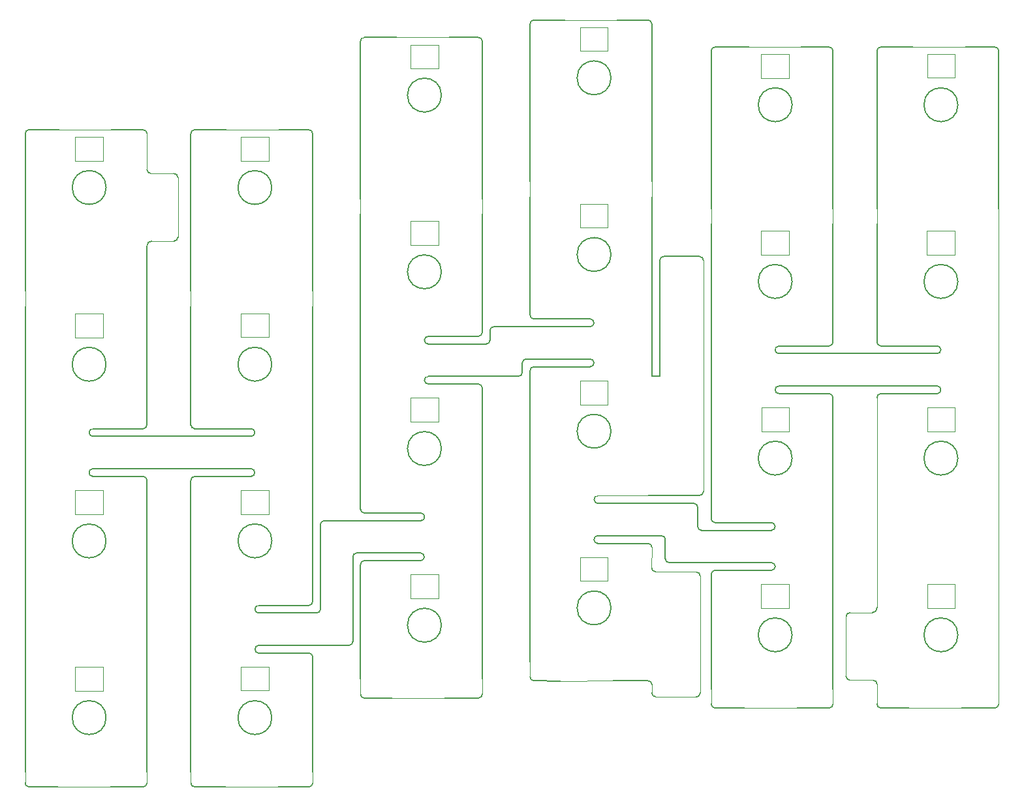
<source format=gbr>
%TF.GenerationSoftware,KiCad,Pcbnew,(6.99.0-4085-g6c752680d7)*%
%TF.CreationDate,2022-11-14T18:26:04+08:00*%
%TF.ProjectId,Right Flex PCB,52696768-7420-4466-9c65-78205043422e,rev?*%
%TF.SameCoordinates,Original*%
%TF.FileFunction,Profile,NP*%
%FSLAX46Y46*%
G04 Gerber Fmt 4.6, Leading zero omitted, Abs format (unit mm)*
G04 Created by KiCad (PCBNEW (6.99.0-4085-g6c752680d7)) date 2022-11-14 18:26:04*
%MOMM*%
%LPD*%
G01*
G04 APERTURE LIST*
%TA.AperFunction,Profile*%
%ADD10C,0.050000*%
%TD*%
%TA.AperFunction,Profile*%
%ADD11C,0.200000*%
%TD*%
%TA.AperFunction,Profile*%
%ADD12C,0.120000*%
%TD*%
G04 APERTURE END LIST*
D10*
X150623012Y-37075780D02*
X157373000Y-37063999D01*
X129328008Y-37102071D02*
X136077996Y-37090290D01*
X105443000Y-33583999D02*
X112192988Y-33572218D01*
X83623012Y-35845780D02*
X90373000Y-35833999D01*
X61548008Y-47827792D02*
X68297996Y-47816011D01*
X39829975Y-47833999D02*
X46579963Y-47822218D01*
X156882988Y-122930206D02*
X150133000Y-122941987D01*
X128748009Y-122952071D02*
X135497997Y-122940290D01*
X111672988Y-119410206D02*
X104923000Y-119421987D01*
X39688007Y-133189890D02*
X46437995Y-133178109D01*
X61463000Y-133201987D02*
X68212988Y-133190206D01*
X83033000Y-121655780D02*
X89782988Y-121643999D01*
D11*
X116725201Y-34084399D02*
G75*
G03*
X116225200Y-33584399I-500001J-1D01*
G01*
X105443000Y-33583999D02*
X101425200Y-33584399D01*
X101425200Y-33584400D02*
G75*
G03*
X100925200Y-34084399I0J-500000D01*
G01*
X112192988Y-33572218D02*
X116225200Y-33584399D01*
X99425200Y-79859399D02*
X87725200Y-79859399D01*
X118975200Y-104059399D02*
X132225200Y-104059399D01*
X116725200Y-102059400D02*
G75*
G03*
X116225200Y-101559400I-500000J0D01*
G01*
X140225200Y-82609399D02*
X140225200Y-120434398D01*
D10*
X116725200Y-54534400D02*
X116725200Y-56534400D01*
D11*
X51225201Y-93359399D02*
G75*
G03*
X50725201Y-92859399I-500001J-1D01*
G01*
X90373000Y-35833999D02*
X94225200Y-35834399D01*
X72725202Y-116309398D02*
G75*
G03*
X72225200Y-115809398I-500002J-2D01*
G01*
X124425200Y-105559400D02*
X124425200Y-120434398D01*
X87725200Y-74659399D02*
G75*
G03*
X87725200Y-75659401I0J-500001D01*
G01*
D10*
X54735200Y-62284401D02*
X51825200Y-62284401D01*
D11*
X86736000Y-98609401D02*
G75*
G03*
X86736000Y-97609399I0J500001D01*
G01*
X72225201Y-133184401D02*
G75*
G03*
X72725201Y-132684399I-1J500001D01*
G01*
X118475201Y-103559399D02*
G75*
G03*
X118975200Y-104059399I499999J-1D01*
G01*
X124925200Y-105059400D02*
G75*
G03*
X124425200Y-105559400I0J-500000D01*
G01*
X111425200Y-86984400D02*
G75*
G03*
X111425200Y-86984400I-2200000J0D01*
G01*
X56925200Y-48334399D02*
X56925200Y-68784399D01*
X101425201Y-78609400D02*
X108725200Y-78609400D01*
X87725200Y-74659399D02*
X94225200Y-74659399D01*
X122903000Y-95344000D02*
G75*
G03*
X123403000Y-94843999I0J500000D01*
G01*
X94236482Y-121643982D02*
G75*
G03*
X94736482Y-121144000I18J499982D01*
G01*
X145925200Y-37584399D02*
X145925200Y-58034399D01*
D10*
X145925200Y-120434398D02*
X145935199Y-119824400D01*
D11*
X118475201Y-101059399D02*
G75*
G03*
X117975200Y-100559399I-500001J-1D01*
G01*
X140225201Y-37584399D02*
G75*
G03*
X139725200Y-37084399I-500001J-1D01*
G01*
X122471801Y-121514401D02*
G75*
G03*
X122971801Y-121014399I-1J500001D01*
G01*
X146425200Y-37084400D02*
G75*
G03*
X145925200Y-37584399I0J-500000D01*
G01*
X64725201Y-86659399D02*
X57425201Y-86659399D01*
X79425200Y-35834400D02*
G75*
G03*
X78925200Y-36334399I0J-500000D01*
G01*
X35925200Y-47834399D02*
X39829975Y-47833999D01*
X79425200Y-103809400D02*
X86713285Y-103809400D01*
X154225201Y-76409399D02*
G75*
G03*
X153725200Y-75909399I-500001J-1D01*
G01*
X154225201Y-81609399D02*
G75*
G03*
X153725200Y-81109399I-500001J-1D01*
G01*
X122675200Y-96859399D02*
G75*
G03*
X122175200Y-96359400I-500000J-1D01*
G01*
X95725200Y-75159399D02*
X95725200Y-73909399D01*
X116225200Y-101559399D02*
X109725200Y-101559400D01*
X65225201Y-87159399D02*
G75*
G03*
X64725201Y-86659399I-500001J-1D01*
G01*
X99425200Y-79859400D02*
G75*
G03*
X99925200Y-79359399I0J500000D01*
G01*
X100925200Y-34084399D02*
X100925200Y-54534399D01*
X72225201Y-133184399D02*
X68212988Y-133190206D01*
D10*
X145935200Y-104054401D02*
X145925200Y-82609400D01*
X94736482Y-121144000D02*
X94736482Y-119144000D01*
D11*
X61463000Y-133201987D02*
X57425200Y-133184399D01*
D10*
X109725199Y-95359399D02*
X116225200Y-95359400D01*
D11*
X89425200Y-43334399D02*
G75*
G03*
X89425200Y-43334399I-2200000J0D01*
G01*
X65225201Y-92359400D02*
G75*
G03*
X64725202Y-91859399I-500001J0D01*
G01*
X73225200Y-110609399D02*
G75*
G03*
X73725199Y-110109399I0J499999D01*
G01*
X139725200Y-75909400D02*
G75*
G03*
X140225200Y-75409399I0J500000D01*
G01*
X140225200Y-60034399D02*
X140225200Y-75409399D01*
D10*
X140225200Y-58034400D02*
X140225200Y-60034399D01*
D11*
X78925200Y-36334399D02*
X78925200Y-56784400D01*
X72225200Y-109609400D02*
G75*
G03*
X72725200Y-109109399I0J500000D01*
G01*
X145335201Y-110554457D02*
G75*
G03*
X145935201Y-109904400I-15201J615957D01*
G01*
X78925200Y-58784400D02*
X78925201Y-97109400D01*
D10*
X123403000Y-94843999D02*
X123413000Y-64793598D01*
X51225201Y-48334400D02*
X51225201Y-53014400D01*
D11*
X79425200Y-97609399D02*
X86736000Y-97609399D01*
X132225200Y-99859399D02*
X123175200Y-99859399D01*
D10*
X56925200Y-68784399D02*
X56925200Y-70784400D01*
D11*
X45925201Y-124184398D02*
G75*
G03*
X45925201Y-124184398I-2200000J0D01*
G01*
D10*
X78925200Y-121143999D02*
X78925200Y-119143999D01*
D11*
X124425202Y-122434398D02*
G75*
G03*
X124925200Y-122934398I499998J-2D01*
G01*
X94725201Y-81359399D02*
X94736482Y-119144000D01*
X86713285Y-102809399D02*
X78425200Y-102809400D01*
D10*
X122989800Y-105769598D02*
X122971801Y-121014399D01*
D11*
X44225200Y-91859402D02*
G75*
G03*
X44225200Y-92859398I0J-499998D01*
G01*
X134925200Y-113434398D02*
G75*
G03*
X134925200Y-113434398I-2200000J0D01*
G01*
D10*
X100925200Y-118893999D02*
X100925200Y-116893999D01*
D11*
X72725201Y-68784399D02*
X72725201Y-48334399D01*
X133225200Y-81109401D02*
G75*
G03*
X133225200Y-82109399I0J-499999D01*
G01*
X57425201Y-47834400D02*
G75*
G03*
X56925200Y-48334398I-1J-500000D01*
G01*
X146425200Y-82109400D02*
G75*
G03*
X145925200Y-82609400I0J-500000D01*
G01*
X50725201Y-133184401D02*
G75*
G03*
X51225201Y-132684398I-1J500001D01*
G01*
X72725200Y-109109399D02*
X72725201Y-70784400D01*
X124425199Y-98359399D02*
X124425200Y-60034400D01*
X124925200Y-105059400D02*
X132225200Y-105059400D01*
D10*
X35425200Y-132684399D02*
X35425200Y-131184399D01*
D11*
X35425200Y-70784400D02*
X35425200Y-131184399D01*
X116725200Y-54534400D02*
X116725200Y-34084399D01*
X132225200Y-105059400D02*
G75*
G03*
X132725200Y-104559400I0J500000D01*
G01*
X116690600Y-104733600D02*
G75*
G03*
X117190600Y-105233600I500000J0D01*
G01*
X35425201Y-132684399D02*
G75*
G03*
X35925200Y-133184399I499999J-1D01*
G01*
X55235199Y-54014402D02*
G75*
G03*
X54735200Y-53514401I-499999J2D01*
G01*
X68297996Y-47816011D02*
X72225201Y-47834399D01*
X45925200Y-55334400D02*
G75*
G03*
X45925200Y-55334400I-2200000J0D01*
G01*
D10*
X145925200Y-122434398D02*
X145925200Y-120434398D01*
X116690600Y-104733600D02*
X116725200Y-102059400D01*
X51725202Y-53514401D02*
X54735200Y-53514401D01*
D11*
X100925201Y-71909399D02*
G75*
G03*
X101425200Y-72409399I499999J-1D01*
G01*
X86736000Y-98609399D02*
X74225201Y-98609399D01*
X124425199Y-37584399D02*
X124425200Y-58034400D01*
D10*
X122489800Y-105269598D02*
X117190600Y-105233600D01*
X94725200Y-56784400D02*
X94725200Y-58784400D01*
D11*
X111425200Y-109934399D02*
G75*
G03*
X111425200Y-109934399I-2200000J0D01*
G01*
X51225201Y-70784399D02*
X51225200Y-68784399D01*
X67425201Y-78284400D02*
G75*
G03*
X67425201Y-78284400I-2200000J0D01*
G01*
X94725201Y-36334399D02*
G75*
G03*
X94225200Y-35834399I-500001J-1D01*
G01*
X67435199Y-101234400D02*
G75*
G03*
X67435199Y-101234400I-2199999J0D01*
G01*
X156425200Y-44584400D02*
G75*
G03*
X156425200Y-44584400I-2200000J0D01*
G01*
X57425200Y-92859400D02*
G75*
G03*
X56925200Y-93359400I0J-500000D01*
G01*
X141925201Y-118824398D02*
G75*
G03*
X142425200Y-119324399I499999J-2D01*
G01*
X117975200Y-100559399D02*
X109725200Y-100559400D01*
D10*
X100925200Y-54534399D02*
X100925200Y-56534399D01*
D11*
X139725200Y-122934400D02*
G75*
G03*
X140225200Y-122434398I0J500000D01*
G01*
X156425198Y-67534400D02*
G75*
G03*
X156425198Y-67534400I-2199999J0D01*
G01*
X156882988Y-122930206D02*
X161225200Y-122934398D01*
X64725201Y-87659399D02*
X44225201Y-87659400D01*
X57425200Y-92859400D02*
X64725201Y-92859400D01*
X39688007Y-133189890D02*
X35925200Y-133184399D01*
X77425201Y-114809401D02*
G75*
G03*
X77925201Y-114309398I-1J500001D01*
G01*
X51225200Y-68784399D02*
X51225200Y-62934400D01*
X89425200Y-89234399D02*
G75*
G03*
X89425200Y-89234399I-2200000J0D01*
G01*
X117763000Y-64783999D02*
X117753000Y-79793999D01*
X99925200Y-78109399D02*
X99925200Y-79359399D01*
X111425200Y-41084399D02*
G75*
G03*
X111425200Y-41084399I-2200000J0D01*
G01*
X87725200Y-79859401D02*
G75*
G03*
X87725200Y-80859399I0J-499999D01*
G01*
D10*
X161725200Y-120434398D02*
X161725200Y-60034400D01*
D11*
X44225200Y-86659400D02*
G75*
G03*
X44225200Y-87659400I0J-500000D01*
G01*
D10*
X35425200Y-68784399D02*
X35425200Y-70784400D01*
D11*
X64725201Y-91859399D02*
X44225200Y-91859399D01*
X108725201Y-73409400D02*
G75*
G03*
X109225200Y-72909400I-1J500000D01*
G01*
D10*
X142425200Y-110554399D02*
X145335200Y-110554399D01*
X72725201Y-132684399D02*
X72725201Y-131184399D01*
D11*
X109225200Y-72909399D02*
G75*
G03*
X108725201Y-72409400I-500000J-1D01*
G01*
X95225200Y-75659400D02*
G75*
G03*
X95725200Y-75159399I0J500000D01*
G01*
X153725200Y-82109400D02*
G75*
G03*
X154225200Y-81609400I0J500000D01*
G01*
X45922200Y-101240402D02*
G75*
G03*
X45922200Y-101240402I-2200000J0D01*
G01*
X51825199Y-62284343D02*
G75*
G03*
X51225199Y-62934400I15201J-615957D01*
G01*
X57425201Y-47834399D02*
X61548008Y-47827792D01*
D10*
X72725201Y-68784399D02*
X72725201Y-70784400D01*
D11*
X94236482Y-121644000D02*
X89782988Y-121643999D01*
X140225201Y-82609399D02*
G75*
G03*
X139725200Y-82109399I-500001J-1D01*
G01*
X79425200Y-35834399D02*
X83623012Y-35845780D01*
X132725201Y-104559399D02*
G75*
G03*
X132225200Y-104059399I-500001J-1D01*
G01*
X161725201Y-37584399D02*
G75*
G03*
X161225200Y-37084399I-500001J-1D01*
G01*
X116725200Y-79793999D02*
X117753000Y-79793999D01*
X94725200Y-56784400D02*
X94725200Y-36334399D01*
X108725200Y-72409399D02*
X101425200Y-72409399D01*
X67425200Y-124184399D02*
G75*
G03*
X67425200Y-124184399I-2200000J0D01*
G01*
X100925201Y-79109400D02*
X100925200Y-116893999D01*
X139725200Y-82109399D02*
X133225200Y-82109399D01*
X78925201Y-121143999D02*
G75*
G03*
X79425200Y-121643999I499999J-1D01*
G01*
X89425200Y-66284399D02*
G75*
G03*
X89425200Y-66284399I-2200000J0D01*
G01*
X133225200Y-75909401D02*
G75*
G03*
X133225200Y-76909399I0J-499999D01*
G01*
X94225201Y-80859399D02*
X87725200Y-80859399D01*
X51225201Y-93359399D02*
X51225201Y-131184398D01*
X51225201Y-48334400D02*
G75*
G03*
X50725200Y-47834399I-500001J0D01*
G01*
D10*
X145935200Y-104054401D02*
X145935200Y-109904400D01*
D11*
X118475200Y-101059400D02*
X118475200Y-103559399D01*
X44225200Y-86659400D02*
X50725201Y-86659400D01*
D10*
X124425200Y-122434398D02*
X124425200Y-120434398D01*
D11*
X153725200Y-76909400D02*
G75*
G03*
X154225200Y-76409400I0J500000D01*
G01*
X64725201Y-92859401D02*
G75*
G03*
X65225201Y-92359400I-1J500001D01*
G01*
X128748009Y-122952071D02*
X124925200Y-122934398D01*
X161225200Y-122934400D02*
G75*
G03*
X161725200Y-122434398I0J500000D01*
G01*
X150133000Y-122941987D02*
X146425200Y-122934398D01*
X54735200Y-62284401D02*
G75*
G03*
X55235201Y-61784400I0J500001D01*
G01*
X134925200Y-67534399D02*
G75*
G03*
X134925200Y-67534399I-2200000J0D01*
G01*
X129328008Y-37102071D02*
X124925200Y-37084399D01*
X145925199Y-75409399D02*
X145925200Y-60034400D01*
X51225201Y-86159400D02*
X51225201Y-70784399D01*
D10*
X55235201Y-54014402D02*
X55235201Y-61784400D01*
D11*
X124925200Y-37084400D02*
G75*
G03*
X124425200Y-37584399I0J-500000D01*
G01*
X45922200Y-78290402D02*
G75*
G03*
X45922200Y-78290402I-2200000J0D01*
G01*
X124425201Y-98359399D02*
G75*
G03*
X124925199Y-98859399I499999J-1D01*
G01*
X142425200Y-110554399D02*
G75*
G03*
X141925199Y-111054400I0J-500001D01*
G01*
X83033000Y-121655780D02*
X79425200Y-121643999D01*
D10*
X116741400Y-119910798D02*
X116734600Y-120989600D01*
D11*
X78925200Y-119143999D02*
X78925200Y-104309400D01*
X65725200Y-109609398D02*
X72225200Y-109609399D01*
X132225200Y-98859399D02*
X124925199Y-98859399D01*
X116241400Y-119410798D02*
X111672988Y-119410206D01*
X77425201Y-114809398D02*
X65725201Y-114809398D01*
D10*
X145435198Y-119324399D02*
X142425200Y-119324399D01*
X161725200Y-60034400D02*
X161725200Y-58034400D01*
D11*
X86713285Y-103809402D02*
G75*
G03*
X86713285Y-102809398I15J500002D01*
G01*
X145925201Y-75409399D02*
G75*
G03*
X146425199Y-75909399I499999J-1D01*
G01*
D10*
X124425200Y-60034400D02*
X124425200Y-58034400D01*
D11*
X64725201Y-87659400D02*
G75*
G03*
X65225200Y-87159400I-1J500000D01*
G01*
X108725200Y-77609399D02*
X100425200Y-77609399D01*
X50725201Y-86659401D02*
G75*
G03*
X51225201Y-86159400I-1J500001D01*
G01*
X78425200Y-102809401D02*
G75*
G03*
X77925201Y-103309399I0J-499999D01*
G01*
X78925202Y-97109399D02*
G75*
G03*
X79425200Y-97609398I499998J-1D01*
G01*
X101425201Y-78609401D02*
G75*
G03*
X100925201Y-79109400I-1J-499999D01*
G01*
X46579963Y-47822218D02*
X50725200Y-47834400D01*
X100925201Y-118893999D02*
G75*
G03*
X101425200Y-119393999I499999J-1D01*
G01*
X109725200Y-100559400D02*
G75*
G03*
X109725200Y-101559400I0J-500000D01*
G01*
X56925200Y-93359400D02*
X56925200Y-131184399D01*
D10*
X140225200Y-122434398D02*
X140225200Y-120434398D01*
D11*
X122175200Y-96359399D02*
X109725199Y-96359400D01*
X72725200Y-116309398D02*
X72725201Y-131184399D01*
X123413002Y-64793598D02*
G75*
G03*
X122913000Y-64293598I-500002J-2D01*
G01*
X134925200Y-44584400D02*
G75*
G03*
X134925200Y-44584400I-2200000J0D01*
G01*
X35425200Y-48334400D02*
X35425200Y-68784399D01*
X145925202Y-122434398D02*
G75*
G03*
X146425200Y-122934398I499998J-2D01*
G01*
X65725200Y-109609402D02*
G75*
G03*
X65725200Y-110609398I0J-499998D01*
G01*
X116725200Y-56534400D02*
X116725200Y-79793999D01*
D10*
X141925199Y-118824398D02*
X141925199Y-111054400D01*
D11*
X150623012Y-37075780D02*
X146425200Y-37084399D01*
X134925200Y-90484399D02*
G75*
G03*
X134925200Y-90484399I-2200000J0D01*
G01*
X122675200Y-99359399D02*
X122675199Y-96859399D01*
X116741402Y-119910798D02*
G75*
G03*
X116241400Y-119410798I-500002J-2D01*
G01*
X65725201Y-114809402D02*
G75*
G03*
X65725201Y-115809398I-1J-499998D01*
G01*
X50725201Y-92859399D02*
X44225200Y-92859399D01*
X87725200Y-75659400D02*
X95225200Y-75659399D01*
X135497997Y-122940290D02*
X139725200Y-122934398D01*
X108725200Y-78609401D02*
G75*
G03*
X109225201Y-78109401I0J500001D01*
G01*
D10*
X51225201Y-132684398D02*
X51225201Y-131184398D01*
D11*
X89425200Y-112184399D02*
G75*
G03*
X89425200Y-112184399I-2200000J0D01*
G01*
D10*
X122471801Y-121514399D02*
X117234600Y-121489600D01*
D11*
X111425200Y-64034399D02*
G75*
G03*
X111425200Y-64034399I-2200000J0D01*
G01*
X79425200Y-103809400D02*
G75*
G03*
X78925200Y-104309400I0J-500000D01*
G01*
X72725201Y-48334399D02*
G75*
G03*
X72225201Y-47834399I-500001J-1D01*
G01*
X132725201Y-99359399D02*
G75*
G03*
X132225200Y-98859399I-500001J-1D01*
G01*
X122913000Y-64293598D02*
X118263000Y-64283999D01*
X161725200Y-58034400D02*
X161725200Y-37584399D01*
X104923000Y-119421987D02*
X101425200Y-119393999D01*
X100425200Y-77609401D02*
G75*
G03*
X99925201Y-78109401I0J-499999D01*
G01*
D10*
X145925200Y-60034400D02*
X145925200Y-58034399D01*
D11*
X56925201Y-86159399D02*
G75*
G03*
X57425201Y-86659399I499999J-1D01*
G01*
X72225200Y-115809398D02*
X65725201Y-115809398D01*
X122989802Y-105769598D02*
G75*
G03*
X122489800Y-105269598I-500002J-2D01*
G01*
X109725199Y-95359399D02*
G75*
G03*
X109725201Y-96359401I1J-500001D01*
G01*
X136077996Y-37090290D02*
X139725200Y-37084399D01*
X56925200Y-70784400D02*
X56925201Y-86159399D01*
D10*
X78925200Y-58784400D02*
X78925200Y-56784400D01*
D11*
X51225199Y-53014400D02*
G75*
G03*
X51725202Y-53514401I500001J0D01*
G01*
X35925200Y-47834399D02*
G75*
G03*
X35425199Y-48334400I0J-500001D01*
G01*
X94725201Y-81359399D02*
G75*
G03*
X94225201Y-80859399I-500001J-1D01*
G01*
X146425200Y-82109400D02*
X153725200Y-82109400D01*
X156425200Y-90484399D02*
G75*
G03*
X156425200Y-90484399I-2200000J0D01*
G01*
D10*
X161725200Y-122434398D02*
X161725200Y-120434398D01*
D11*
X109225200Y-78109399D02*
G75*
G03*
X108725201Y-77609400I-500000J-1D01*
G01*
X56925201Y-132684399D02*
G75*
G03*
X57425200Y-133184399I499999J-1D01*
G01*
X50725201Y-133184398D02*
X46437995Y-133178109D01*
X65725200Y-110609399D02*
X73225200Y-110609398D01*
X153725200Y-81109399D02*
X133225200Y-81109399D01*
X161225200Y-37084399D02*
X157373000Y-37063999D01*
X77925201Y-103309400D02*
X77925201Y-114309398D01*
X156425200Y-113434398D02*
G75*
G03*
X156425200Y-113434398I-2200000J0D01*
G01*
X153725200Y-75909399D02*
X146425199Y-75909399D01*
X132225200Y-99859400D02*
G75*
G03*
X132725200Y-99359399I0J500000D01*
G01*
X140225200Y-58034400D02*
X140225200Y-37584399D01*
X100925200Y-71909399D02*
X100925200Y-56534399D01*
X145935201Y-119824400D02*
G75*
G03*
X145435198Y-119324399I-500001J0D01*
G01*
D10*
X56925200Y-132684399D02*
X56925200Y-131184399D01*
D11*
X94725200Y-74159399D02*
X94725200Y-58784400D01*
X108725200Y-73409399D02*
X96225200Y-73409399D01*
X116734600Y-120989600D02*
G75*
G03*
X117234600Y-121489600I500000J0D01*
G01*
X133225200Y-75909399D02*
X139725200Y-75909399D01*
X96225200Y-73409400D02*
G75*
G03*
X95725200Y-73909399I0J-500000D01*
G01*
X74225201Y-98609401D02*
G75*
G03*
X73725201Y-99109399I-1J-499999D01*
G01*
X122675202Y-99359399D02*
G75*
G03*
X123175199Y-99859398I499998J-1D01*
G01*
X153725200Y-76909400D02*
X133225200Y-76909399D01*
X67425201Y-55334399D02*
G75*
G03*
X67425201Y-55334399I-2200000J0D01*
G01*
X116225200Y-95359400D02*
X122903000Y-95343999D01*
X118263000Y-64284000D02*
G75*
G03*
X117763000Y-64783999I0J-500000D01*
G01*
X94225200Y-74659400D02*
G75*
G03*
X94725200Y-74159399I0J500000D01*
G01*
X73725201Y-99109399D02*
X73725200Y-110109398D01*
D12*
%TO.C,D55*%
X152409399Y-60956598D02*
X152409399Y-64056598D01*
X152409399Y-64056598D02*
X156009399Y-64056598D01*
X156009399Y-60956598D02*
X152409399Y-60956598D01*
X156009399Y-64056598D02*
X156009399Y-60956598D01*
%TO.C,D43*%
X107424400Y-34508600D02*
X107424400Y-37608600D01*
X107424400Y-37608600D02*
X111024400Y-37608600D01*
X111024400Y-34508600D02*
X107424400Y-34508600D01*
X111024400Y-37608600D02*
X111024400Y-34508600D01*
%TO.C,D18*%
X41925201Y-117634398D02*
X41925201Y-120734398D01*
X41925201Y-120734398D02*
X45525201Y-120734398D01*
X45525201Y-117634398D02*
X41925201Y-117634398D01*
X45525201Y-120734398D02*
X45525201Y-117634398D01*
%TO.C,D23*%
X85453400Y-82641600D02*
X85453400Y-85741600D01*
X85453400Y-85741600D02*
X89053400Y-85741600D01*
X89053400Y-82641600D02*
X85453400Y-82641600D01*
X89053400Y-85741600D02*
X89053400Y-82641600D01*
%TO.C,D49*%
X130946400Y-83892800D02*
X130946400Y-86992800D01*
X130946400Y-86992800D02*
X134546400Y-86992800D01*
X134546400Y-83892800D02*
X130946400Y-83892800D01*
X134546400Y-86992800D02*
X134546400Y-83892800D01*
%TO.C,D7*%
X63441599Y-94646400D02*
X63441599Y-97746400D01*
X63441599Y-97746400D02*
X67041599Y-97746400D01*
X67041599Y-94646400D02*
X63441599Y-94646400D01*
X67041599Y-97746400D02*
X67041599Y-94646400D01*
%TO.C,D37*%
X107424400Y-103342600D02*
X107424400Y-106442600D01*
X107424400Y-106442600D02*
X111024400Y-106442600D01*
X111024400Y-103342600D02*
X107424400Y-103342600D01*
X111024400Y-106442600D02*
X111024400Y-103342600D01*
%TO.C,D35*%
X63441599Y-48774000D02*
X63441599Y-51874000D01*
X63441599Y-51874000D02*
X67041599Y-51874000D01*
X67041599Y-48774000D02*
X63441599Y-48774000D01*
X67041599Y-51874000D02*
X67041599Y-48774000D01*
%TO.C,D41*%
X107424400Y-57470200D02*
X107424400Y-60570200D01*
X107424400Y-60570200D02*
X111024400Y-60570200D01*
X111024400Y-57470200D02*
X107424400Y-57470200D01*
X111024400Y-60570200D02*
X111024400Y-57470200D01*
%TO.C,D2*%
X45537200Y-51880601D02*
X45537200Y-48780601D01*
X45537200Y-48780601D02*
X41937200Y-48780601D01*
X41937200Y-51880601D02*
X45537200Y-51880601D01*
X41937200Y-48780601D02*
X41937200Y-51880601D01*
%TO.C,D4*%
X41937200Y-94678401D02*
X41937200Y-97778401D01*
X41937200Y-97778401D02*
X45537200Y-97778401D01*
X45537200Y-94678401D02*
X41937200Y-94678401D01*
X45537200Y-97778401D02*
X45537200Y-94678401D01*
%TO.C,D25*%
X85453400Y-105603200D02*
X85453400Y-108703200D01*
X85453400Y-108703200D02*
X89053400Y-108703200D01*
X89053400Y-105603200D02*
X85453400Y-105603200D01*
X89053400Y-108703200D02*
X89053400Y-105603200D01*
%TO.C,D59*%
X152434799Y-106854398D02*
X152434799Y-109954398D01*
X152434799Y-109954398D02*
X156034799Y-109954398D01*
X156034799Y-106854398D02*
X152434799Y-106854398D01*
X156034799Y-109954398D02*
X156034799Y-106854398D01*
%TO.C,D57*%
X152434799Y-83892798D02*
X152434799Y-86992798D01*
X152434799Y-86992798D02*
X156034799Y-86992798D01*
X156034799Y-83892798D02*
X152434799Y-83892798D01*
X156034799Y-86992798D02*
X156034799Y-83892798D01*
%TO.C,D39*%
X107424400Y-80431800D02*
X107424400Y-83531800D01*
X107424400Y-83531800D02*
X111024400Y-83531800D01*
X111024400Y-80431800D02*
X107424400Y-80431800D01*
X111024400Y-83531800D02*
X111024400Y-80431800D01*
%TO.C,D33*%
X63441599Y-71684800D02*
X63441599Y-74784800D01*
X63441599Y-74784800D02*
X67041599Y-74784800D01*
X67041599Y-71684800D02*
X63441599Y-71684800D01*
X67041599Y-74784800D02*
X67041599Y-71684800D01*
%TO.C,D45*%
X130921000Y-38020400D02*
X130921000Y-41120400D01*
X130921000Y-41120400D02*
X134521000Y-41120400D01*
X134521000Y-38020400D02*
X130921000Y-38020400D01*
X134521000Y-41120400D02*
X134521000Y-38020400D01*
%TO.C,D3*%
X41937200Y-71742201D02*
X41937200Y-74842201D01*
X41937200Y-74842201D02*
X45537200Y-74842201D01*
X45537200Y-71742201D02*
X41937200Y-71742201D01*
X45537200Y-74842201D02*
X45537200Y-71742201D01*
%TO.C,D51*%
X130925200Y-106884398D02*
X130925200Y-109984398D01*
X130925200Y-109984398D02*
X134525200Y-109984398D01*
X134525200Y-106884398D02*
X130925200Y-106884398D01*
X134525200Y-109984398D02*
X134525200Y-106884398D01*
%TO.C,D19*%
X85425200Y-36784399D02*
X85425200Y-39884399D01*
X85425200Y-39884399D02*
X89025200Y-39884399D01*
X89025200Y-36784399D02*
X85425200Y-36784399D01*
X89025200Y-39884399D02*
X89025200Y-36784399D01*
%TO.C,D5*%
X63441599Y-117582600D02*
X63441599Y-120682600D01*
X63441599Y-120682600D02*
X67041599Y-120682600D01*
X67041599Y-117582600D02*
X63441599Y-117582600D01*
X67041599Y-120682600D02*
X67041599Y-117582600D01*
%TO.C,D21*%
X85453400Y-59705400D02*
X85453400Y-62805400D01*
X85453400Y-62805400D02*
X89053400Y-62805400D01*
X89053400Y-59705400D02*
X85453400Y-59705400D01*
X89053400Y-62805400D02*
X89053400Y-59705400D01*
%TO.C,D47*%
X130921000Y-60956600D02*
X130921000Y-64056600D01*
X130921000Y-64056600D02*
X134521000Y-64056600D01*
X134521000Y-60956600D02*
X130921000Y-60956600D01*
X134521000Y-64056600D02*
X134521000Y-60956600D01*
%TO.C,D53*%
X152434799Y-37994998D02*
X152434799Y-41094998D01*
X152434799Y-41094998D02*
X156034799Y-41094998D01*
X156034799Y-37994998D02*
X152434799Y-37994998D01*
X156034799Y-41094998D02*
X156034799Y-37994998D01*
%TD*%
M02*

</source>
